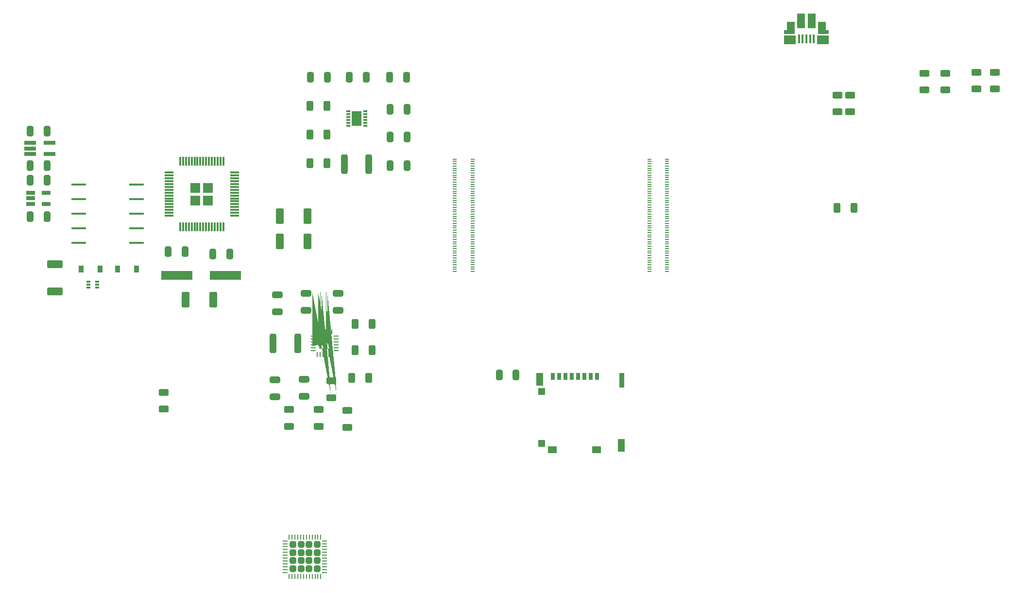
<source format=gbr>
%TF.GenerationSoftware,KiCad,Pcbnew,(5.99.0-9972-g9020611657)*%
%TF.CreationDate,2021-06-01T21:32:07-05:00*%
%TF.ProjectId,ti92revive,74693932-7265-4766-9976-652e6b696361,rev?*%
%TF.SameCoordinates,Original*%
%TF.FileFunction,Paste,Bot*%
%TF.FilePolarity,Positive*%
%FSLAX46Y46*%
G04 Gerber Fmt 4.6, Leading zero omitted, Abs format (unit mm)*
G04 Created by KiCad (PCBNEW (5.99.0-9972-g9020611657)) date 2021-06-01 21:32:07*
%MOMM*%
%LPD*%
G01*
G04 APERTURE LIST*
G04 Aperture macros list*
%AMRoundRect*
0 Rectangle with rounded corners*
0 $1 Rounding radius*
0 $2 $3 $4 $5 $6 $7 $8 $9 X,Y pos of 4 corners*
0 Add a 4 corners polygon primitive as box body*
4,1,4,$2,$3,$4,$5,$6,$7,$8,$9,$2,$3,0*
0 Add four circle primitives for the rounded corners*
1,1,$1+$1,$2,$3*
1,1,$1+$1,$4,$5*
1,1,$1+$1,$6,$7*
1,1,$1+$1,$8,$9*
0 Add four rect primitives between the rounded corners*
20,1,$1+$1,$2,$3,$4,$5,0*
20,1,$1+$1,$4,$5,$6,$7,0*
20,1,$1+$1,$6,$7,$8,$9,0*
20,1,$1+$1,$8,$9,$2,$3,0*%
%AMFreePoly0*
4,1,57,0.194009,0.449029,0.214144,0.449029,0.231583,0.438961,0.251037,0.433748,0.265277,0.419508,0.282717,0.409439,0.409439,0.282717,0.419508,0.265277,0.433748,0.251037,0.438960,0.231585,0.449030,0.214144,0.449030,0.194005,0.454242,0.174554,0.454242,-0.174554,0.449030,-0.194005,0.449030,-0.214144,0.438960,-0.231585,0.433748,-0.251037,0.419508,-0.265277,0.409439,-0.282717,
0.282717,-0.409439,0.265277,-0.419508,0.251037,-0.433748,0.231583,-0.438961,0.214144,-0.449029,0.194009,-0.449029,0.174554,-0.454242,-0.174554,-0.454242,-0.194005,-0.449030,-0.214144,-0.449030,-0.231585,-0.438960,-0.251037,-0.433748,-0.265277,-0.419508,-0.282717,-0.409439,-0.409439,-0.282717,-0.419508,-0.265277,-0.433748,-0.251037,-0.438961,-0.231583,-0.449029,-0.214144,-0.449029,-0.194009,
-0.454242,-0.174554,-0.454242,0.174554,-0.449029,0.194009,-0.449029,0.214144,-0.438961,0.231583,-0.433748,0.251037,-0.419508,0.265277,-0.409439,0.282717,-0.282717,0.409439,-0.265277,0.419508,-0.251037,0.433748,-0.231585,0.438960,-0.214144,0.449030,-0.194005,0.449030,-0.174554,0.454242,0.174554,0.454242,0.194009,0.449029,0.194009,0.449029,$1*%
G04 Aperture macros list end*
%ADD10R,0.800000X1.240000*%
%ADD11R,1.160000X1.200000*%
%ADD12R,0.950000X2.500000*%
%ADD13R,1.150000X2.200000*%
%ADD14R,1.500000X1.150000*%
%ADD15R,1.160000X1.250000*%
%ADD16RoundRect,0.250000X-0.650000X0.325000X-0.650000X-0.325000X0.650000X-0.325000X0.650000X0.325000X0*%
%ADD17RoundRect,0.250000X0.312500X0.625000X-0.312500X0.625000X-0.312500X-0.625000X0.312500X-0.625000X0*%
%ADD18RoundRect,0.250000X-0.312500X-0.625000X0.312500X-0.625000X0.312500X0.625000X-0.312500X0.625000X0*%
%ADD19RoundRect,0.250000X-0.625000X0.312500X-0.625000X-0.312500X0.625000X-0.312500X0.625000X0.312500X0*%
%ADD20RoundRect,0.250000X0.625000X-0.312500X0.625000X0.312500X-0.625000X0.312500X-0.625000X-0.312500X0*%
%ADD21RoundRect,0.250000X0.312500X1.450000X-0.312500X1.450000X-0.312500X-1.450000X0.312500X-1.450000X0*%
%ADD22R,2.000000X0.650000*%
%ADD23R,0.900000X1.200000*%
%ADD24RoundRect,0.250000X0.325000X0.650000X-0.325000X0.650000X-0.325000X-0.650000X0.325000X-0.650000X0*%
%ADD25RoundRect,0.250000X0.650000X-0.325000X0.650000X0.325000X-0.650000X0.325000X-0.650000X-0.325000X0*%
%ADD26RoundRect,0.250000X-0.325000X-0.650000X0.325000X-0.650000X0.325000X0.650000X-0.325000X0.650000X0*%
%ADD27R,0.400000X1.650000*%
%ADD28R,1.350000X2.000000*%
%ADD29R,1.430000X2.500000*%
%ADD30R,1.825000X0.700000*%
%ADD31R,2.000000X1.500000*%
%ADD32R,5.500000X1.500000*%
%ADD33RoundRect,0.249999X-1.075001X0.450001X-1.075001X-0.450001X1.075001X-0.450001X1.075001X0.450001X0*%
%ADD34RoundRect,0.249999X-0.450001X-1.075001X0.450001X-1.075001X0.450001X1.075001X-0.450001X1.075001X0*%
%ADD35R,0.700000X0.340000*%
%ADD36R,2.514600X0.457200*%
%ADD37FreePoly0,180.000000*%
%ADD38RoundRect,0.062500X0.325000X0.062500X-0.325000X0.062500X-0.325000X-0.062500X0.325000X-0.062500X0*%
%ADD39RoundRect,0.062500X0.062500X0.325000X-0.062500X0.325000X-0.062500X-0.325000X0.062500X-0.325000X0*%
%ADD40R,0.650000X0.300000*%
%ADD41R,1.700000X2.500000*%
%ADD42RoundRect,0.249999X0.450001X1.075001X-0.450001X1.075001X-0.450001X-1.075001X0.450001X-1.075001X0*%
%ADD43RoundRect,0.250000X-0.315000X-0.315000X0.315000X-0.315000X0.315000X0.315000X-0.315000X0.315000X0*%
%ADD44RoundRect,0.062500X-0.375000X-0.062500X0.375000X-0.062500X0.375000X0.062500X-0.375000X0.062500X0*%
%ADD45RoundRect,0.062500X-0.062500X-0.375000X0.062500X-0.375000X0.062500X0.375000X-0.062500X0.375000X0*%
%ADD46R,0.700000X0.200000*%
%ADD47R,1.750000X1.750000*%
%ADD48R,1.500000X0.300000*%
%ADD49R,0.300000X1.500000*%
%ADD50R,1.560000X0.650000*%
G04 APERTURE END LIST*
D10*
%TO.C,J7*%
X182910000Y-95802500D03*
X181810000Y-95802500D03*
X180710000Y-95802500D03*
X179610000Y-95802500D03*
X178510000Y-95802500D03*
X177410000Y-95802500D03*
X176310000Y-95802500D03*
X175210000Y-95802500D03*
D11*
X173270000Y-107432500D03*
D12*
X187255000Y-96432500D03*
D13*
X172865000Y-96282500D03*
X187155000Y-107762500D03*
D14*
X182850000Y-108557500D03*
X175070000Y-108557500D03*
D15*
X173270000Y-98432500D03*
%TD*%
D16*
%TO.C,C4*%
X137750000Y-81325000D03*
X137750000Y-84275000D03*
%TD*%
D17*
%TO.C,R11*%
X135787500Y-53650000D03*
X132862500Y-53650000D03*
%TD*%
D18*
%TO.C,R9*%
X132862500Y-48650000D03*
X135787500Y-48650000D03*
%TD*%
D19*
%TO.C,R12*%
X252200000Y-42737500D03*
X252200000Y-45662500D03*
%TD*%
D17*
%TO.C,R10*%
X135787500Y-58650000D03*
X132862500Y-58650000D03*
%TD*%
D20*
%TO.C,R20*%
X240000000Y-45862500D03*
X240000000Y-42937500D03*
%TD*%
D21*
%TO.C,L2*%
X143137500Y-58800000D03*
X138862500Y-58800000D03*
%TD*%
D22*
%TO.C,U2*%
X84090000Y-56987500D03*
X84090000Y-56037500D03*
X84090000Y-55087500D03*
X87510000Y-55087500D03*
X87510000Y-56987500D03*
%TD*%
D20*
%TO.C,R2*%
X136600000Y-99462500D03*
X136600000Y-96537500D03*
%TD*%
D19*
%TO.C,R21*%
X227000000Y-46737500D03*
X227000000Y-49662500D03*
%TD*%
D23*
%TO.C,D83*%
X96250000Y-77100000D03*
X92950000Y-77100000D03*
%TD*%
D24*
%TO.C,C6*%
X149800000Y-54000000D03*
X146850000Y-54000000D03*
%TD*%
%TO.C,C15*%
X118875000Y-74400000D03*
X115925000Y-74400000D03*
%TD*%
D25*
%TO.C,C1*%
X131800000Y-99275000D03*
X131800000Y-96325000D03*
%TD*%
D26*
%TO.C,C13*%
X84125000Y-59037500D03*
X87075000Y-59037500D03*
%TD*%
D27*
%TO.C,J1*%
X218075000Y-36965000D03*
X218725000Y-36965000D03*
X219375000Y-36965000D03*
X220025000Y-36965000D03*
X220675000Y-36965000D03*
D28*
X216645000Y-35015000D03*
D29*
X220335000Y-33815000D03*
D30*
X216425000Y-35765000D03*
D28*
X222125000Y-35015000D03*
D30*
X222375000Y-35765000D03*
D29*
X218415000Y-33815000D03*
D31*
X222275000Y-37085000D03*
X216525000Y-37065000D03*
%TD*%
D24*
%TO.C,C11*%
X135875000Y-43600000D03*
X132925000Y-43600000D03*
%TD*%
D20*
%TO.C,R4*%
X129200000Y-104462500D03*
X129200000Y-101537500D03*
%TD*%
D26*
%TO.C,C16*%
X84075000Y-67930952D03*
X87025000Y-67930952D03*
%TD*%
D24*
%TO.C,C18*%
X168795000Y-95550000D03*
X165845000Y-95550000D03*
%TD*%
D32*
%TO.C,Y1*%
X109658334Y-78200000D03*
X118158334Y-78200000D03*
%TD*%
D33*
%TO.C,R15*%
X88400000Y-76200000D03*
X88400000Y-81000000D03*
%TD*%
D34*
%TO.C,R17*%
X127600000Y-67800000D03*
X132400000Y-67800000D03*
%TD*%
D20*
%TO.C,R18*%
X243600000Y-45862500D03*
X243600000Y-42937500D03*
%TD*%
D26*
%TO.C,C12*%
X84125000Y-53037500D03*
X87075000Y-53037500D03*
%TD*%
D16*
%TO.C,C3*%
X126800000Y-96400000D03*
X126800000Y-99350000D03*
%TD*%
D35*
%TO.C,Q1*%
X95750000Y-79300000D03*
X95750000Y-79800000D03*
X95750000Y-80300000D03*
X94250000Y-80300000D03*
X94250000Y-79800000D03*
X94250000Y-79300000D03*
%TD*%
D19*
%TO.C,R13*%
X107340000Y-98557500D03*
X107340000Y-101482500D03*
%TD*%
D36*
%TO.C,U6*%
X102654600Y-62332700D03*
X102654600Y-64872700D03*
X102654600Y-67412700D03*
X102654600Y-69952700D03*
X102654600Y-72492700D03*
X92545400Y-72492700D03*
X92545400Y-69952700D03*
X92545400Y-67412700D03*
X92545400Y-64872700D03*
X92545400Y-62332700D03*
%TD*%
D26*
%TO.C,C7*%
X146850000Y-49200000D03*
X149800000Y-49200000D03*
%TD*%
D21*
%TO.C,L1*%
X130737500Y-90000000D03*
X126462500Y-90000000D03*
%TD*%
D37*
%TO.C,U3*%
X135887500Y-90487500D03*
X134912500Y-89512500D03*
X134912500Y-90487500D03*
X135887500Y-89512500D03*
D38*
X137387500Y-88750000D03*
X137387500Y-89250000D03*
X137387500Y-89750000D03*
X137387500Y-90250000D03*
X137387500Y-90750000D03*
X137387500Y-91250000D03*
D39*
X136650000Y-91987500D03*
X136150000Y-91987500D03*
X135650000Y-91987500D03*
X135150000Y-91987500D03*
X134650000Y-91987500D03*
X134150000Y-91987500D03*
D38*
X133412500Y-91250000D03*
X133412500Y-90750000D03*
X133412500Y-90250000D03*
X133412500Y-89750000D03*
X133412500Y-89250000D03*
X133412500Y-88750000D03*
D39*
X134150000Y-88012500D03*
X134650000Y-88012500D03*
X135150000Y-88012500D03*
X135650000Y-88012500D03*
X136150000Y-88012500D03*
X136650000Y-88012500D03*
%TD*%
D40*
%TO.C,U4*%
X142500000Y-49550000D03*
X142500000Y-50050000D03*
X142500000Y-50550000D03*
X142500000Y-51050000D03*
X142500000Y-51550000D03*
X142500000Y-52050000D03*
X139550000Y-52050000D03*
X139550000Y-51550000D03*
X139550000Y-51050000D03*
X139550000Y-50550000D03*
X139550000Y-50050000D03*
X139550000Y-49550000D03*
D41*
X141000000Y-50800000D03*
%TD*%
D42*
%TO.C,R14*%
X116000000Y-82400000D03*
X111200000Y-82400000D03*
%TD*%
D43*
%TO.C,U9*%
X132700000Y-126500000D03*
X134100000Y-127900000D03*
X134100000Y-126500000D03*
X132700000Y-125100000D03*
X132700000Y-129300000D03*
X134100000Y-125100000D03*
X134100000Y-129300000D03*
X129900000Y-129300000D03*
X131300000Y-129300000D03*
X131300000Y-127900000D03*
X129900000Y-126500000D03*
X132700000Y-127900000D03*
X129900000Y-125100000D03*
X131300000Y-125100000D03*
X129900000Y-127900000D03*
X131300000Y-126500000D03*
D44*
X128562500Y-129950000D03*
X128562500Y-129450000D03*
X128562500Y-128950000D03*
X128562500Y-128450000D03*
X128562500Y-127950000D03*
X128562500Y-127450000D03*
X128562500Y-126950000D03*
X128562500Y-126450000D03*
X128562500Y-125950000D03*
X128562500Y-125450000D03*
X128562500Y-124950000D03*
X128562500Y-124450000D03*
D45*
X129250000Y-123762500D03*
X129750000Y-123762500D03*
X130250000Y-123762500D03*
X130750000Y-123762500D03*
X131250000Y-123762500D03*
X131750000Y-123762500D03*
X132250000Y-123762500D03*
X132750000Y-123762500D03*
X133250000Y-123762500D03*
X133750000Y-123762500D03*
X134250000Y-123762500D03*
X134750000Y-123762500D03*
D44*
X135437500Y-124450000D03*
X135437500Y-124950000D03*
X135437500Y-125450000D03*
X135437500Y-125950000D03*
X135437500Y-126450000D03*
X135437500Y-126950000D03*
X135437500Y-127450000D03*
X135437500Y-127950000D03*
X135437500Y-128450000D03*
X135437500Y-128950000D03*
X135437500Y-129450000D03*
X135437500Y-129950000D03*
D45*
X134750000Y-130637500D03*
X134250000Y-130637500D03*
X133750000Y-130637500D03*
X133250000Y-130637500D03*
X132750000Y-130637500D03*
X132250000Y-130637500D03*
X131750000Y-130637500D03*
X131250000Y-130637500D03*
X130750000Y-130637500D03*
X130250000Y-130637500D03*
X129750000Y-130637500D03*
X129250000Y-130637500D03*
%TD*%
D26*
%TO.C,C17*%
X84075000Y-61530952D03*
X87025000Y-61530952D03*
%TD*%
D24*
%TO.C,C14*%
X111075000Y-74000000D03*
X108125000Y-74000000D03*
%TD*%
D20*
%TO.C,R1*%
X139400000Y-104662500D03*
X139400000Y-101737500D03*
%TD*%
D46*
%TO.C,U1*%
X195100000Y-57900000D03*
X192020000Y-57900000D03*
X195100000Y-58300000D03*
X192020000Y-58300000D03*
X195100000Y-58700000D03*
X192020000Y-58700000D03*
X195100000Y-59100000D03*
X192020000Y-59100000D03*
X195100000Y-59500000D03*
X192020000Y-59500000D03*
X195100000Y-59900000D03*
X192020000Y-59900000D03*
X195100000Y-60300000D03*
X192020000Y-60300000D03*
X195100000Y-60700000D03*
X192020000Y-60700000D03*
X195100000Y-61100000D03*
X192020000Y-61100000D03*
X195100000Y-61500000D03*
X192020000Y-61500000D03*
X195100000Y-61900000D03*
X192020000Y-61900000D03*
X195100000Y-62300000D03*
X192020000Y-62300000D03*
X195100000Y-62700000D03*
X192020000Y-62700000D03*
X195100000Y-63100000D03*
X192020000Y-63100000D03*
X195100000Y-63500000D03*
X192020000Y-63500000D03*
X195100000Y-63900000D03*
X192020000Y-63900000D03*
X195100000Y-64300000D03*
X192020000Y-64300000D03*
X195100000Y-64700000D03*
X192020000Y-64700000D03*
X195100000Y-65100000D03*
X192020000Y-65100000D03*
X195100000Y-65500000D03*
X192020000Y-65500000D03*
X195100000Y-65900000D03*
X192020000Y-65900000D03*
X195100000Y-66300000D03*
X192020000Y-66300000D03*
X195100000Y-66700000D03*
X192020000Y-66700000D03*
X195100000Y-67100000D03*
X192020000Y-67100000D03*
X195100000Y-67500000D03*
X192020000Y-67500000D03*
X195100000Y-67900000D03*
X192020000Y-67900000D03*
X195100000Y-68300000D03*
X192020000Y-68300000D03*
X195100000Y-68700000D03*
X192020000Y-68700000D03*
X195100000Y-69100000D03*
X192020000Y-69100000D03*
X195100000Y-69500000D03*
X192020000Y-69500000D03*
X195100000Y-69900000D03*
X192020000Y-69900000D03*
X195100000Y-70300000D03*
X192020000Y-70300000D03*
X195100000Y-70700000D03*
X192020000Y-70700000D03*
X195100000Y-71100000D03*
X192020000Y-71100000D03*
X195100000Y-71500000D03*
X192020000Y-71500000D03*
X195100000Y-71900000D03*
X192020000Y-71900000D03*
X195100000Y-72300000D03*
X192020000Y-72300000D03*
X195100000Y-72700000D03*
X192020000Y-72700000D03*
X195100000Y-73100000D03*
X192020000Y-73100000D03*
X195100000Y-73500000D03*
X192020000Y-73500000D03*
X195100000Y-73900000D03*
X192020000Y-73900000D03*
X195100000Y-74300000D03*
X192020000Y-74300000D03*
X195100000Y-74700000D03*
X192020000Y-74700000D03*
X195100000Y-75100000D03*
X192020000Y-75100000D03*
X195100000Y-75500000D03*
X192020000Y-75500000D03*
X195100000Y-75900000D03*
X192020000Y-75900000D03*
X195100000Y-76300000D03*
X192020000Y-76300000D03*
X195100000Y-76700000D03*
X192020000Y-76700000D03*
X195100000Y-77100000D03*
X192020000Y-77100000D03*
X195100000Y-77500000D03*
X192020000Y-77500000D03*
X161180000Y-57900000D03*
X158100000Y-57900000D03*
X161180000Y-58300000D03*
X158100000Y-58300000D03*
X161180000Y-58700000D03*
X158100000Y-58700000D03*
X161180000Y-59100000D03*
X158100000Y-59100000D03*
X161180000Y-59500000D03*
X158100000Y-59500000D03*
X161180000Y-59900000D03*
X158100000Y-59900000D03*
X161180000Y-60300000D03*
X158100000Y-60300000D03*
X161180000Y-60700000D03*
X158100000Y-60700000D03*
X161180000Y-61100000D03*
X158100000Y-61100000D03*
X161180000Y-61500000D03*
X158100000Y-61500000D03*
X161180000Y-61900000D03*
X158100000Y-61900000D03*
X161180000Y-62300000D03*
X158100000Y-62300000D03*
X161180000Y-62700000D03*
X158100000Y-62700000D03*
X161180000Y-63100000D03*
X158100000Y-63100000D03*
X161180000Y-63500000D03*
X158100000Y-63500000D03*
X161180000Y-63900000D03*
X158100000Y-63900000D03*
X161180000Y-64300000D03*
X158100000Y-64300000D03*
X161180000Y-64700000D03*
X158100000Y-64700000D03*
X161180000Y-65100000D03*
X158100000Y-65100000D03*
X161180000Y-65500000D03*
X158100000Y-65500000D03*
X161180000Y-65900000D03*
X158100000Y-65900000D03*
X161180000Y-66300000D03*
X158100000Y-66300000D03*
X161180000Y-66700000D03*
X158100000Y-66700000D03*
X161180000Y-67100000D03*
X158100000Y-67100000D03*
X161180000Y-67500000D03*
X158100000Y-67500000D03*
X161180000Y-67900000D03*
X158100000Y-67900000D03*
X161180000Y-68300000D03*
X158100000Y-68300000D03*
X161180000Y-68700000D03*
X158100000Y-68700000D03*
X161180000Y-69100000D03*
X158100000Y-69100000D03*
X161180000Y-69500000D03*
X158100000Y-69500000D03*
X161180000Y-69900000D03*
X158100000Y-69900000D03*
X161180000Y-70300000D03*
X158100000Y-70300000D03*
X161180000Y-70700000D03*
X158100000Y-70700000D03*
X161180000Y-71100000D03*
X158100000Y-71100000D03*
X161180000Y-71500000D03*
X158100000Y-71500000D03*
X161180000Y-71900000D03*
X158100000Y-71900000D03*
X161180000Y-72300000D03*
X158100000Y-72300000D03*
X161180000Y-72700000D03*
X158100000Y-72700000D03*
X161180000Y-73100000D03*
X158100000Y-73100000D03*
X161180000Y-73500000D03*
X158100000Y-73500000D03*
X161180000Y-73900000D03*
X158100000Y-73900000D03*
X161180000Y-74300000D03*
X158100000Y-74300000D03*
X161180000Y-74700000D03*
X158100000Y-74700000D03*
X161180000Y-75100000D03*
X158100000Y-75100000D03*
X161180000Y-75500000D03*
X158100000Y-75500000D03*
X161180000Y-75900000D03*
X158100000Y-75900000D03*
X161180000Y-76300000D03*
X158100000Y-76300000D03*
X161180000Y-76700000D03*
X158100000Y-76700000D03*
X161180000Y-77100000D03*
X158100000Y-77100000D03*
X161180000Y-77500000D03*
X158100000Y-77500000D03*
%TD*%
D34*
%TO.C,R16*%
X127600000Y-72210000D03*
X132400000Y-72210000D03*
%TD*%
D18*
%TO.C,R19*%
X224737500Y-66400000D03*
X227662500Y-66400000D03*
%TD*%
D47*
%TO.C,U7*%
X112900000Y-65100000D03*
X112900000Y-62900000D03*
X115100000Y-65100000D03*
X115100000Y-62900000D03*
D48*
X119700000Y-60250000D03*
X119700000Y-60750000D03*
X119700000Y-61250000D03*
X119700000Y-61750000D03*
X119700000Y-62250000D03*
X119700000Y-62750000D03*
X119700000Y-63250000D03*
X119700000Y-63750000D03*
X119700000Y-64250000D03*
X119700000Y-64750000D03*
X119700000Y-65250000D03*
X119700000Y-65750000D03*
X119700000Y-66250000D03*
X119700000Y-66750000D03*
X119700000Y-67250000D03*
X119700000Y-67750000D03*
D49*
X117750000Y-69700000D03*
X117250000Y-69700000D03*
X116750000Y-69700000D03*
X116250000Y-69700000D03*
X115750000Y-69700000D03*
X115250000Y-69700000D03*
X114750000Y-69700000D03*
X114250000Y-69700000D03*
X113750000Y-69700000D03*
X113250000Y-69700000D03*
X112750000Y-69700000D03*
X112250000Y-69700000D03*
X111750000Y-69700000D03*
X111250000Y-69700000D03*
X110750000Y-69700000D03*
X110250000Y-69700000D03*
D48*
X108300000Y-67750000D03*
X108300000Y-67250000D03*
X108300000Y-66750000D03*
X108300000Y-66250000D03*
X108300000Y-65750000D03*
X108300000Y-65250000D03*
X108300000Y-64750000D03*
X108300000Y-64250000D03*
X108300000Y-63750000D03*
X108300000Y-63250000D03*
X108300000Y-62750000D03*
X108300000Y-62250000D03*
X108300000Y-61750000D03*
X108300000Y-61250000D03*
X108300000Y-60750000D03*
X108300000Y-60250000D03*
D49*
X110250000Y-58300000D03*
X110750000Y-58300000D03*
X111250000Y-58300000D03*
X111750000Y-58300000D03*
X112250000Y-58300000D03*
X112750000Y-58300000D03*
X113250000Y-58300000D03*
X113750000Y-58300000D03*
X114250000Y-58300000D03*
X114750000Y-58300000D03*
X115250000Y-58300000D03*
X115750000Y-58300000D03*
X116250000Y-58300000D03*
X116750000Y-58300000D03*
X117250000Y-58300000D03*
X117750000Y-58300000D03*
%TD*%
D17*
%TO.C,R3*%
X143062500Y-96000000D03*
X140137500Y-96000000D03*
%TD*%
D25*
%TO.C,C5*%
X127200000Y-84475000D03*
X127200000Y-81525000D03*
%TD*%
D24*
%TO.C,C10*%
X142675000Y-43600000D03*
X139725000Y-43600000D03*
%TD*%
D23*
%TO.C,D84*%
X99350000Y-77100000D03*
X102650000Y-77100000D03*
%TD*%
D19*
%TO.C,R7*%
X249000000Y-42737500D03*
X249000000Y-45662500D03*
%TD*%
D24*
%TO.C,C8*%
X149800000Y-59000000D03*
X146850000Y-59000000D03*
%TD*%
D26*
%TO.C,C9*%
X146725000Y-43600000D03*
X149675000Y-43600000D03*
%TD*%
D25*
%TO.C,C2*%
X132200000Y-84275000D03*
X132200000Y-81325000D03*
%TD*%
D50*
%TO.C,U8*%
X84200000Y-65680952D03*
X84200000Y-64730952D03*
X84200000Y-63780952D03*
X86900000Y-63780952D03*
X86900000Y-65680952D03*
%TD*%
D19*
%TO.C,R22*%
X224800000Y-46737500D03*
X224800000Y-49662500D03*
%TD*%
D17*
%TO.C,R5*%
X143662500Y-91200000D03*
X140737500Y-91200000D03*
%TD*%
D20*
%TO.C,R8*%
X134400000Y-104462500D03*
X134400000Y-101537500D03*
%TD*%
D18*
%TO.C,R6*%
X140737500Y-86600000D03*
X143662500Y-86600000D03*
%TD*%
M02*

</source>
